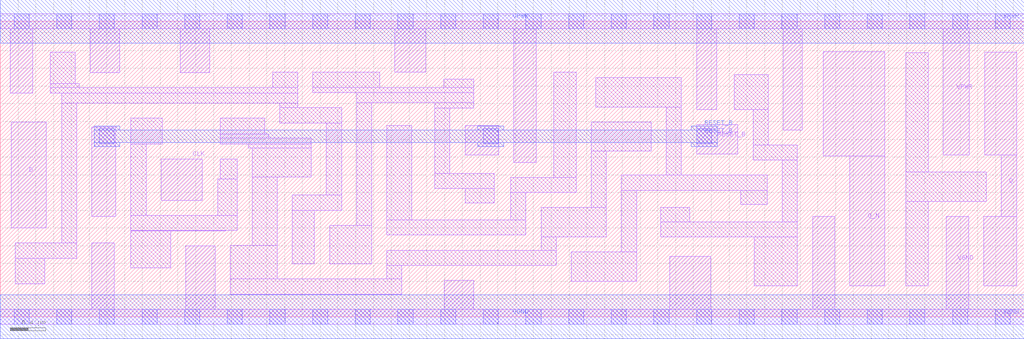
<source format=lef>
# Copyright 2020 The SkyWater PDK Authors
#
# Licensed under the Apache License, Version 2.0 (the "License");
# you may not use this file except in compliance with the License.
# You may obtain a copy of the License at
#
#     https://www.apache.org/licenses/LICENSE-2.0
#
# Unless required by applicable law or agreed to in writing, software
# distributed under the License is distributed on an "AS IS" BASIS,
# WITHOUT WARRANTIES OR CONDITIONS OF ANY KIND, either express or implied.
# See the License for the specific language governing permissions and
# limitations under the License.
#
# SPDX-License-Identifier: Apache-2.0

VERSION 5.7 ;
  NAMESCASESENSITIVE ON ;
  NOWIREEXTENSIONATPIN ON ;
  DIVIDERCHAR "/" ;
  BUSBITCHARS "[]" ;
UNITS
  DATABASE MICRONS 200 ;
END UNITS
MACRO sky130_fd_sc_ms__dfrbp_1
  CLASS CORE ;
  SOURCE USER ;
  FOREIGN sky130_fd_sc_ms__dfrbp_1 ;
  ORIGIN  0.000000  0.000000 ;
  SIZE  11.52000 BY  3.330000 ;
  SYMMETRY X Y R90 ;
  SITE unit ;
  PIN D
    ANTENNAGATEAREA  0.138600 ;
    DIRECTION INPUT ;
    USE SIGNAL ;
    PORT
      LAYER li1 ;
        RECT 0.125000 1.000000 0.520000 2.195000 ;
    END
  END D
  PIN Q
    ANTENNADIFFAREA  0.524500 ;
    DIRECTION OUTPUT ;
    USE SIGNAL ;
    PORT
      LAYER li1 ;
        RECT 11.065000 0.350000 11.435000 1.130000 ;
        RECT 11.075000 1.820000 11.435000 2.980000 ;
        RECT 11.265000 1.130000 11.435000 1.820000 ;
    END
  END Q
  PIN Q_N
    ANTENNADIFFAREA  0.934700 ;
    DIRECTION OUTPUT ;
    USE SIGNAL ;
    PORT
      LAYER li1 ;
        RECT 9.260000 1.810000 9.950000 2.985000 ;
        RECT 9.560000 0.350000 9.950000 1.810000 ;
    END
  END Q_N
  PIN RESET_B
    ANTENNAGATEAREA  0.415800 ;
    DIRECTION INPUT ;
    USE SIGNAL ;
    PORT
      LAYER li1 ;
        RECT 1.030000 1.130000 1.300000 2.140000 ;
        RECT 5.230000 1.825000 5.610000 2.155000 ;
        RECT 7.835000 1.835000 8.300000 2.165000 ;
      LAYER mcon ;
        RECT 1.115000 1.950000 1.285000 2.120000 ;
        RECT 5.435000 1.950000 5.605000 2.120000 ;
        RECT 7.835000 1.950000 8.005000 2.120000 ;
      LAYER met1 ;
        RECT 1.055000 1.920000 1.345000 1.965000 ;
        RECT 1.055000 1.965000 8.065000 2.105000 ;
        RECT 1.055000 2.105000 1.345000 2.150000 ;
        RECT 5.375000 1.920000 5.665000 1.965000 ;
        RECT 5.375000 2.105000 5.665000 2.150000 ;
        RECT 7.775000 1.920000 8.065000 1.965000 ;
        RECT 7.775000 2.105000 8.065000 2.150000 ;
    END
  END RESET_B
  PIN CLK
    ANTENNAGATEAREA  0.312600 ;
    DIRECTION INPUT ;
    USE CLOCK ;
    PORT
      LAYER li1 ;
        RECT 1.810000 1.310000 2.275000 1.775000 ;
        RECT 2.045000 1.775000 2.275000 1.780000 ;
    END
  END CLK
  PIN VGND
    DIRECTION INOUT ;
    USE GROUND ;
    PORT
      LAYER li1 ;
        RECT  0.000000 -0.085000 11.520000 0.085000 ;
        RECT  1.030000  0.085000  1.280000 0.830000 ;
        RECT  2.090000  0.085000  2.420000 0.800000 ;
        RECT  4.995000  0.085000  5.325000 0.410000 ;
        RECT  7.535000  0.085000  7.995000 0.680000 ;
        RECT  9.140000  0.085000  9.390000 1.130000 ;
        RECT 10.645000  0.085000 10.895000 1.130000 ;
      LAYER mcon ;
        RECT  0.155000 -0.085000  0.325000 0.085000 ;
        RECT  0.635000 -0.085000  0.805000 0.085000 ;
        RECT  1.115000 -0.085000  1.285000 0.085000 ;
        RECT  1.595000 -0.085000  1.765000 0.085000 ;
        RECT  2.075000 -0.085000  2.245000 0.085000 ;
        RECT  2.555000 -0.085000  2.725000 0.085000 ;
        RECT  3.035000 -0.085000  3.205000 0.085000 ;
        RECT  3.515000 -0.085000  3.685000 0.085000 ;
        RECT  3.995000 -0.085000  4.165000 0.085000 ;
        RECT  4.475000 -0.085000  4.645000 0.085000 ;
        RECT  4.955000 -0.085000  5.125000 0.085000 ;
        RECT  5.435000 -0.085000  5.605000 0.085000 ;
        RECT  5.915000 -0.085000  6.085000 0.085000 ;
        RECT  6.395000 -0.085000  6.565000 0.085000 ;
        RECT  6.875000 -0.085000  7.045000 0.085000 ;
        RECT  7.355000 -0.085000  7.525000 0.085000 ;
        RECT  7.835000 -0.085000  8.005000 0.085000 ;
        RECT  8.315000 -0.085000  8.485000 0.085000 ;
        RECT  8.795000 -0.085000  8.965000 0.085000 ;
        RECT  9.275000 -0.085000  9.445000 0.085000 ;
        RECT  9.755000 -0.085000  9.925000 0.085000 ;
        RECT 10.235000 -0.085000 10.405000 0.085000 ;
        RECT 10.715000 -0.085000 10.885000 0.085000 ;
        RECT 11.195000 -0.085000 11.365000 0.085000 ;
      LAYER met1 ;
        RECT 0.000000 -0.245000 11.520000 0.245000 ;
    END
  END VGND
  PIN VPWR
    DIRECTION INOUT ;
    USE POWER ;
    PORT
      LAYER li1 ;
        RECT  0.000000 3.245000 11.520000 3.415000 ;
        RECT  0.115000 2.520000  0.365000 3.245000 ;
        RECT  1.015000 2.750000  1.345000 3.245000 ;
        RECT  2.025000 2.750000  2.355000 3.245000 ;
        RECT  4.440000 2.755000  4.785000 3.245000 ;
        RECT  5.780000 1.740000  6.030000 3.245000 ;
        RECT  7.835000 2.335000  8.060000 3.245000 ;
        RECT  8.810000 2.105000  9.025000 3.245000 ;
        RECT 10.610000 1.820000 10.905000 3.245000 ;
      LAYER mcon ;
        RECT  0.155000 3.245000  0.325000 3.415000 ;
        RECT  0.635000 3.245000  0.805000 3.415000 ;
        RECT  1.115000 3.245000  1.285000 3.415000 ;
        RECT  1.595000 3.245000  1.765000 3.415000 ;
        RECT  2.075000 3.245000  2.245000 3.415000 ;
        RECT  2.555000 3.245000  2.725000 3.415000 ;
        RECT  3.035000 3.245000  3.205000 3.415000 ;
        RECT  3.515000 3.245000  3.685000 3.415000 ;
        RECT  3.995000 3.245000  4.165000 3.415000 ;
        RECT  4.475000 3.245000  4.645000 3.415000 ;
        RECT  4.955000 3.245000  5.125000 3.415000 ;
        RECT  5.435000 3.245000  5.605000 3.415000 ;
        RECT  5.915000 3.245000  6.085000 3.415000 ;
        RECT  6.395000 3.245000  6.565000 3.415000 ;
        RECT  6.875000 3.245000  7.045000 3.415000 ;
        RECT  7.355000 3.245000  7.525000 3.415000 ;
        RECT  7.835000 3.245000  8.005000 3.415000 ;
        RECT  8.315000 3.245000  8.485000 3.415000 ;
        RECT  8.795000 3.245000  8.965000 3.415000 ;
        RECT  9.275000 3.245000  9.445000 3.415000 ;
        RECT  9.755000 3.245000  9.925000 3.415000 ;
        RECT 10.235000 3.245000 10.405000 3.415000 ;
        RECT 10.715000 3.245000 10.885000 3.415000 ;
        RECT 11.195000 3.245000 11.365000 3.415000 ;
      LAYER met1 ;
        RECT 0.000000 3.085000 11.520000 3.575000 ;
    END
  END VPWR
  OBS
    LAYER li1 ;
      RECT  0.170000 0.370000  0.500000 0.660000 ;
      RECT  0.170000 0.660000  0.860000 0.830000 ;
      RECT  0.565000 2.520000  3.345000 2.580000 ;
      RECT  0.565000 2.580000  0.890000 2.625000 ;
      RECT  0.565000 2.625000  0.845000 2.980000 ;
      RECT  0.690000 0.830000  0.860000 2.410000 ;
      RECT  0.690000 2.410000  3.345000 2.520000 ;
      RECT  1.470000 0.550000  1.920000 0.970000 ;
      RECT  1.470000 0.970000  2.540000 0.975000 ;
      RECT  1.470000 0.975000  2.665000 1.140000 ;
      RECT  1.470000 1.140000  1.640000 1.945000 ;
      RECT  1.470000 1.945000  1.825000 2.240000 ;
      RECT  2.445000 1.140000  2.665000 1.550000 ;
      RECT  2.475000 1.550000  2.665000 1.775000 ;
      RECT  2.475000 1.945000  3.500000 2.015000 ;
      RECT  2.475000 2.015000  3.020000 2.060000 ;
      RECT  2.475000 2.060000  2.975000 2.240000 ;
      RECT  2.590000 0.255000  4.520000 0.425000 ;
      RECT  2.590000 0.425000  3.115000 0.805000 ;
      RECT  2.790000 1.900000  3.500000 1.945000 ;
      RECT  2.835000 0.805000  3.115000 1.575000 ;
      RECT  2.835000 1.575000  3.500000 1.900000 ;
      RECT  3.065000 2.580000  3.345000 2.755000 ;
      RECT  3.145000 2.185000  3.840000 2.355000 ;
      RECT  3.145000 2.355000  3.345000 2.410000 ;
      RECT  3.285000 0.595000  3.535000 1.200000 ;
      RECT  3.285000 1.200000  3.840000 1.370000 ;
      RECT  3.515000 2.525000  5.325000 2.585000 ;
      RECT  3.515000 2.585000  4.270000 2.755000 ;
      RECT  3.670000 1.370000  3.840000 2.185000 ;
      RECT  3.705000 0.595000  4.180000 1.030000 ;
      RECT  4.010000 1.030000  4.180000 2.415000 ;
      RECT  4.010000 2.415000  5.325000 2.525000 ;
      RECT  4.350000 0.425000  4.520000 0.580000 ;
      RECT  4.350000 0.580000  6.255000 0.750000 ;
      RECT  4.350000 0.920000  5.915000 1.090000 ;
      RECT  4.350000 1.090000  4.630000 2.155000 ;
      RECT  4.890000 1.445000  5.560000 1.615000 ;
      RECT  4.890000 1.615000  5.060000 2.350000 ;
      RECT  4.890000 2.350000  5.325000 2.415000 ;
      RECT  4.990000 2.585000  5.325000 2.680000 ;
      RECT  5.230000 1.285000  5.560000 1.445000 ;
      RECT  5.745000 1.090000  5.915000 1.400000 ;
      RECT  5.745000 1.400000  6.480000 1.570000 ;
      RECT  6.085000 0.750000  6.255000 0.900000 ;
      RECT  6.085000 0.900000  6.820000 1.230000 ;
      RECT  6.230000 1.570000  6.480000 2.755000 ;
      RECT  6.425000 0.400000  7.160000 0.730000 ;
      RECT  6.650000 1.230000  6.820000 1.865000 ;
      RECT  6.650000 1.865000  7.325000 2.195000 ;
      RECT  6.700000 2.365000  7.665000 2.695000 ;
      RECT  6.990000 0.730000  7.160000 1.425000 ;
      RECT  6.990000 1.425000  8.630000 1.595000 ;
      RECT  7.430000 0.900000  8.970000 1.070000 ;
      RECT  7.430000 1.070000  7.760000 1.230000 ;
      RECT  7.495000 1.595000  7.665000 2.365000 ;
      RECT  8.260000 2.335000  8.640000 2.730000 ;
      RECT  8.330000 1.265000  8.630000 1.425000 ;
      RECT  8.470000 1.765000  8.970000 1.935000 ;
      RECT  8.470000 1.935000  8.640000 2.335000 ;
      RECT  8.485000 0.350000  8.970000 0.900000 ;
      RECT  8.800000 1.070000  8.970000 1.765000 ;
      RECT 10.190000 0.350000 10.440000 1.300000 ;
      RECT 10.190000 1.300000 11.095000 1.630000 ;
      RECT 10.190000 1.630000 10.440000 2.975000 ;
  END
END sky130_fd_sc_ms__dfrbp_1

</source>
